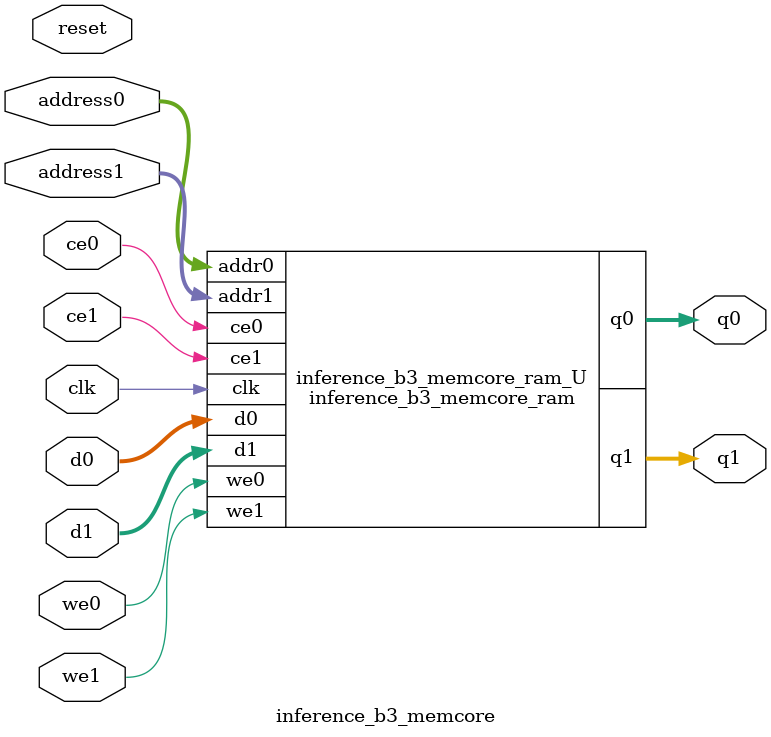
<source format=v>

`timescale 1 ns / 1 ps
module inference_b3_memcore_ram (addr0, ce0, d0, we0, q0, addr1, ce1, d1, we1, q1,  clk);

parameter DWIDTH = 32;
parameter AWIDTH = 8;
parameter MEM_SIZE = 240;

input[AWIDTH-1:0] addr0;
input ce0;
input[DWIDTH-1:0] d0;
input we0;
output reg[DWIDTH-1:0] q0;
input[AWIDTH-1:0] addr1;
input ce1;
input[DWIDTH-1:0] d1;
input we1;
output reg[DWIDTH-1:0] q1;
input clk;

(* ram_style = "block" *)reg [DWIDTH-1:0] ram[MEM_SIZE-1:0];




always @(posedge clk)  
begin 
    if (ce0) 
    begin
        if (we0) 
        begin 
            ram[addr0] <= d0; 
            q0 <= d0;
        end 
        else 
            q0 <= ram[addr0];
    end
end


always @(posedge clk)  
begin 
    if (ce1) 
    begin
        if (we1) 
        begin 
            ram[addr1] <= d1; 
            q1 <= d1;
        end 
        else 
            q1 <= ram[addr1];
    end
end


endmodule


`timescale 1 ns / 1 ps
module inference_b3_memcore(
    reset,
    clk,
    address0,
    ce0,
    we0,
    d0,
    q0,
    address1,
    ce1,
    we1,
    d1,
    q1);

parameter DataWidth = 32'd32;
parameter AddressRange = 32'd240;
parameter AddressWidth = 32'd8;
input reset;
input clk;
input[AddressWidth - 1:0] address0;
input ce0;
input we0;
input[DataWidth - 1:0] d0;
output[DataWidth - 1:0] q0;
input[AddressWidth - 1:0] address1;
input ce1;
input we1;
input[DataWidth - 1:0] d1;
output[DataWidth - 1:0] q1;



inference_b3_memcore_ram inference_b3_memcore_ram_U(
    .clk( clk ),
    .addr0( address0 ),
    .ce0( ce0 ),
    .d0( d0 ),
    .we0( we0 ),
    .q0( q0 ),
    .addr1( address1 ),
    .ce1( ce1 ),
    .d1( d1 ),
    .we1( we1 ),
    .q1( q1 ));

endmodule


</source>
